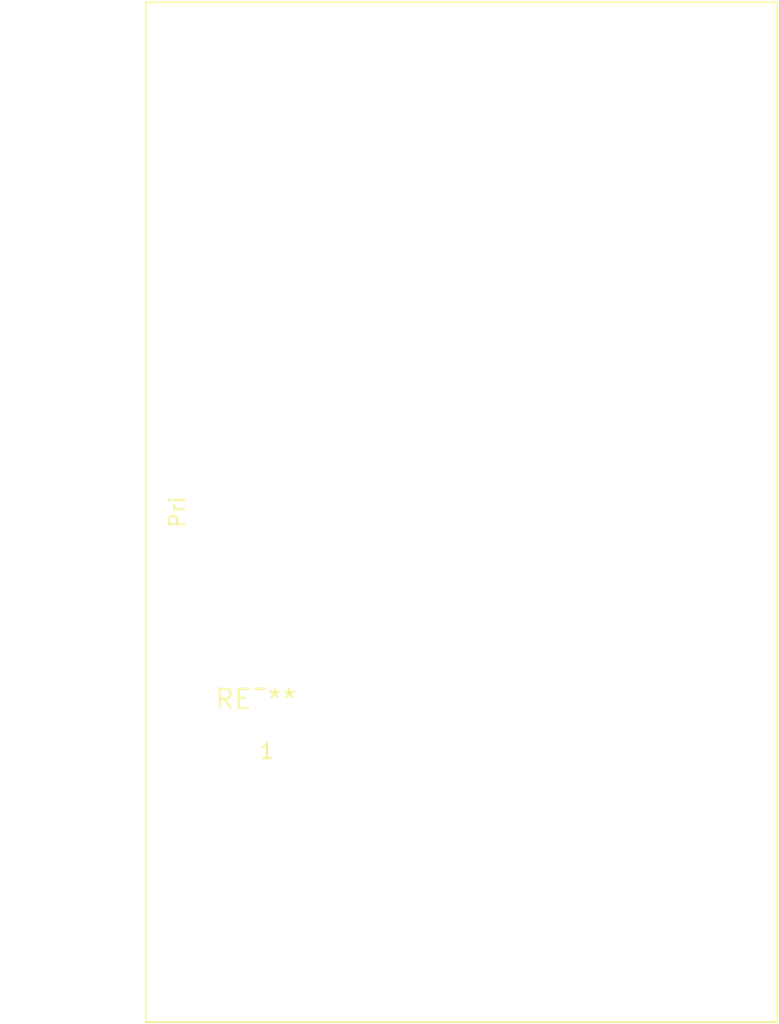
<source format=kicad_pcb>
(kicad_pcb (version 20240108) (generator pcbnew)
  (layers (0 "F.Cu" signal) (31 "B.Cu" signal) (34 "B.Paste" user) (35 "F.Paste" user) (36 "B.SilkS" user "B.Silkscreen") (37 "F.SilkS" user "F.Silkscreen") (38 "B.Mask" user) (39 "F.Mask" user) (44 "Edge.Cuts" user))
  (net 0 "")
  (footprint "Transformer_CHK_EI48-10VA_2xSec" (layer "F.Cu") (at 0 0)
    (property "Reference" "REF**")
    (property "Value" "Transformer_CHK_EI48-10VA_2xSec")
    (fp_line (start -7.37 -46.62) (end -7.37 21.62) (layer "F.SilkS") (stroke (width 0.12)))
    (fp_line (start -7.37 -46.62) (end 34.87 -46.62) (layer "F.SilkS") (stroke (width 0.12)))
    (fp_line (start 34.87 21.62) (end -7.37 21.62) (layer "F.SilkS") (stroke (width 0.12)))
    (fp_line (start 34.87 21.62) (end 34.87 -46.62) (layer "F.SilkS") (stroke (width 0.12)))
    (fp_text user "1" (at 0.75 3.5 0) (layer "F.SilkS"))
    (fp_text user "Pri" (at -5.25 -12.5 90) (layer "F.SilkS"))
    (pad "" np_thru_hole circle (at 13.75 -42.25) (size 4.5 4.5) (drill 4.5) (layers *.Cu *.Mask))
    (pad "" np_thru_hole circle (at 13.75 17.25) (size 4.5 4.5) (drill 4.5) (layers *.Cu *.Mask))
    (pad "1" thru_hole circle (at 0 0) (size 3 3) (drill 1.2) (layers *.Cu *.Mask) (remove_unused_layers))
    (pad "2" thru_hole circle (at 0 -5) (size 3 3) (drill 1.2) (layers *.Cu *.Mask) (remove_unused_layers))
    (pad "3" thru_hole circle (at 0 -10) (size 3 3) (drill 1.2) (layers *.Cu *.Mask) (remove_unused_layers))
    (pad "4" thru_hole circle (at 0 -15) (size 3 3) (drill 1.2) (layers *.Cu *.Mask) (remove_unused_layers))
    (pad "5" thru_hole circle (at 0 -20) (size 3 3) (drill 1.2) (layers *.Cu *.Mask) (remove_unused_layers))
    (pad "6" thru_hole circle (at 0 -25.05) (size 3 3) (drill 1.2) (layers *.Cu *.Mask) (remove_unused_layers))
    (pad "7" thru_hole circle (at 27.5 -25) (size 3 3) (drill 1.2) (layers *.Cu *.Mask) (remove_unused_layers))
    (pad "8" thru_hole circle (at 27.5 -20) (size 3 3) (drill 1.2) (layers *.Cu *.Mask) (remove_unused_layers))
    (pad "9" thru_hole circle (at 27.5 -15) (size 3 3) (drill 1.2) (layers *.Cu *.Mask) (remove_unused_layers))
    (pad "10" thru_hole circle (at 27.5 -10) (size 3 3) (drill 1.2) (layers *.Cu *.Mask) (remove_unused_layers))
    (pad "11" thru_hole circle (at 27.5 -5) (size 3 3) (drill 1.2) (layers *.Cu *.Mask) (remove_unused_layers))
    (pad "12" thru_hole circle (at 27.5 0) (size 3 3) (drill 1.2) (layers *.Cu *.Mask) (remove_unused_layers))
  )
)
</source>
